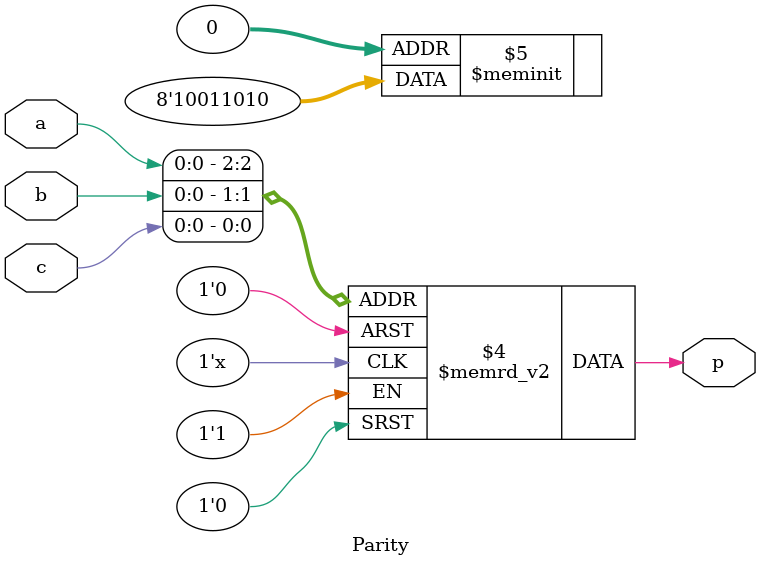
<source format=v>
module Parity(
    input a,
    input b,
    input c,
    output reg p
);

always @(a or b or c) begin
    case({a, b, c})
        3'b000: p = 0;
        3'b001: p = 1;
        3'b010: p = 0;
        3'b011: p = 1;
        3'b100: p = 1;
        3'b101: p = 0;
        3'b110: p = 0;
        3'b111: p = 1;
        default: p = 0; // 기본값 설정
    endcase
end

endmodule

</source>
